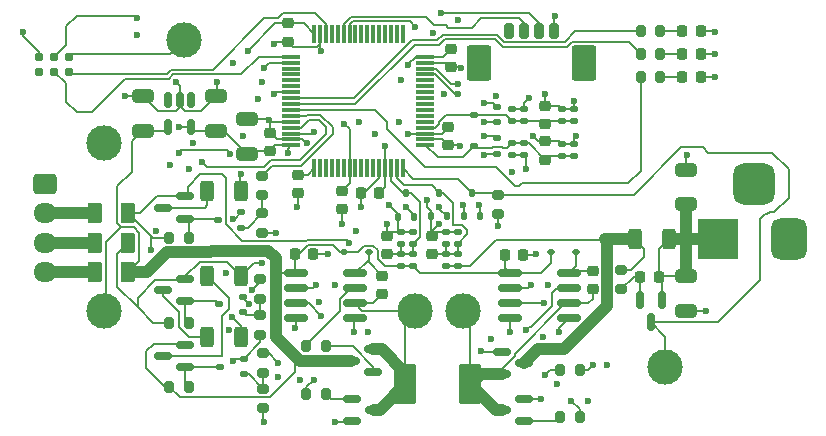
<source format=gtl>
%TF.GenerationSoftware,KiCad,Pcbnew,8.0.2-8.0.2-0~ubuntu22.04.1*%
%TF.CreationDate,2024-05-15T13:15:59-07:00*%
%TF.ProjectId,JPBms2,4a50426d-7332-42e6-9b69-6361645f7063,rev?*%
%TF.SameCoordinates,Original*%
%TF.FileFunction,Copper,L1,Top*%
%TF.FilePolarity,Positive*%
%FSLAX46Y46*%
G04 Gerber Fmt 4.6, Leading zero omitted, Abs format (unit mm)*
G04 Created by KiCad (PCBNEW 8.0.2-8.0.2-0~ubuntu22.04.1) date 2024-05-15 13:15:59*
%MOMM*%
%LPD*%
G01*
G04 APERTURE LIST*
G04 Aperture macros list*
%AMRoundRect*
0 Rectangle with rounded corners*
0 $1 Rounding radius*
0 $2 $3 $4 $5 $6 $7 $8 $9 X,Y pos of 4 corners*
0 Add a 4 corners polygon primitive as box body*
4,1,4,$2,$3,$4,$5,$6,$7,$8,$9,$2,$3,0*
0 Add four circle primitives for the rounded corners*
1,1,$1+$1,$2,$3*
1,1,$1+$1,$4,$5*
1,1,$1+$1,$6,$7*
1,1,$1+$1,$8,$9*
0 Add four rect primitives between the rounded corners*
20,1,$1+$1,$2,$3,$4,$5,0*
20,1,$1+$1,$4,$5,$6,$7,0*
20,1,$1+$1,$6,$7,$8,$9,0*
20,1,$1+$1,$8,$9,$2,$3,0*%
G04 Aperture macros list end*
%TA.AperFunction,SMDPad,CuDef*%
%ADD10RoundRect,0.218750X0.218750X0.256250X-0.218750X0.256250X-0.218750X-0.256250X0.218750X-0.256250X0*%
%TD*%
%TA.AperFunction,SMDPad,CuDef*%
%ADD11RoundRect,0.072000X-0.828000X-1.628000X0.828000X-1.628000X0.828000X1.628000X-0.828000X1.628000X0*%
%TD*%
%TA.AperFunction,SMDPad,CuDef*%
%ADD12RoundRect,0.135000X0.185000X-0.135000X0.185000X0.135000X-0.185000X0.135000X-0.185000X-0.135000X0*%
%TD*%
%TA.AperFunction,SMDPad,CuDef*%
%ADD13RoundRect,0.225000X0.250000X-0.225000X0.250000X0.225000X-0.250000X0.225000X-0.250000X-0.225000X0*%
%TD*%
%TA.AperFunction,SMDPad,CuDef*%
%ADD14RoundRect,0.112500X-0.112500X-0.237500X0.112500X-0.237500X0.112500X0.237500X-0.112500X0.237500X0*%
%TD*%
%TA.AperFunction,SMDPad,CuDef*%
%ADD15RoundRect,0.150000X-0.150000X0.587500X-0.150000X-0.587500X0.150000X-0.587500X0.150000X0.587500X0*%
%TD*%
%TA.AperFunction,SMDPad,CuDef*%
%ADD16RoundRect,0.200000X-0.200000X-0.275000X0.200000X-0.275000X0.200000X0.275000X-0.200000X0.275000X0*%
%TD*%
%TA.AperFunction,SMDPad,CuDef*%
%ADD17RoundRect,0.225000X0.225000X0.250000X-0.225000X0.250000X-0.225000X-0.250000X0.225000X-0.250000X0*%
%TD*%
%TA.AperFunction,SMDPad,CuDef*%
%ADD18RoundRect,0.250000X-0.375000X-0.625000X0.375000X-0.625000X0.375000X0.625000X-0.375000X0.625000X0*%
%TD*%
%TA.AperFunction,SMDPad,CuDef*%
%ADD19RoundRect,0.250000X0.650000X-0.325000X0.650000X0.325000X-0.650000X0.325000X-0.650000X-0.325000X0*%
%TD*%
%TA.AperFunction,SMDPad,CuDef*%
%ADD20RoundRect,0.135000X-0.185000X0.135000X-0.185000X-0.135000X0.185000X-0.135000X0.185000X0.135000X0*%
%TD*%
%TA.AperFunction,ConnectorPad*%
%ADD21C,0.787400*%
%TD*%
%TA.AperFunction,ComponentPad*%
%ADD22RoundRect,0.250000X-0.725000X0.600000X-0.725000X-0.600000X0.725000X-0.600000X0.725000X0.600000X0*%
%TD*%
%TA.AperFunction,ComponentPad*%
%ADD23O,1.950000X1.700000*%
%TD*%
%TA.AperFunction,SMDPad,CuDef*%
%ADD24RoundRect,0.225000X-0.250000X0.225000X-0.250000X-0.225000X0.250000X-0.225000X0.250000X0.225000X0*%
%TD*%
%TA.AperFunction,SMDPad,CuDef*%
%ADD25RoundRect,0.200000X-0.275000X0.200000X-0.275000X-0.200000X0.275000X-0.200000X0.275000X0.200000X0*%
%TD*%
%TA.AperFunction,SMDPad,CuDef*%
%ADD26RoundRect,0.112500X0.237500X-0.112500X0.237500X0.112500X-0.237500X0.112500X-0.237500X-0.112500X0*%
%TD*%
%TA.AperFunction,SMDPad,CuDef*%
%ADD27RoundRect,0.250000X-0.312500X-0.625000X0.312500X-0.625000X0.312500X0.625000X-0.312500X0.625000X0*%
%TD*%
%TA.AperFunction,SMDPad,CuDef*%
%ADD28RoundRect,0.200000X0.200000X0.275000X-0.200000X0.275000X-0.200000X-0.275000X0.200000X-0.275000X0*%
%TD*%
%TA.AperFunction,SMDPad,CuDef*%
%ADD29RoundRect,0.150000X-0.150000X0.512500X-0.150000X-0.512500X0.150000X-0.512500X0.150000X0.512500X0*%
%TD*%
%TA.AperFunction,ComponentPad*%
%ADD30C,3.000000*%
%TD*%
%TA.AperFunction,SMDPad,CuDef*%
%ADD31RoundRect,0.250000X-0.650000X0.325000X-0.650000X-0.325000X0.650000X-0.325000X0.650000X0.325000X0*%
%TD*%
%TA.AperFunction,SMDPad,CuDef*%
%ADD32RoundRect,0.112500X-0.187500X-0.112500X0.187500X-0.112500X0.187500X0.112500X-0.187500X0.112500X0*%
%TD*%
%TA.AperFunction,SMDPad,CuDef*%
%ADD33RoundRect,0.150000X0.587500X0.150000X-0.587500X0.150000X-0.587500X-0.150000X0.587500X-0.150000X0*%
%TD*%
%TA.AperFunction,SMDPad,CuDef*%
%ADD34RoundRect,0.200000X-0.200000X-0.450000X0.200000X-0.450000X0.200000X0.450000X-0.200000X0.450000X0*%
%TD*%
%TA.AperFunction,SMDPad,CuDef*%
%ADD35RoundRect,0.250001X-0.799999X-1.249999X0.799999X-1.249999X0.799999X1.249999X-0.799999X1.249999X0*%
%TD*%
%TA.AperFunction,ComponentPad*%
%ADD36R,3.500000X3.500000*%
%TD*%
%TA.AperFunction,ComponentPad*%
%ADD37RoundRect,0.750000X0.750000X1.000000X-0.750000X1.000000X-0.750000X-1.000000X0.750000X-1.000000X0*%
%TD*%
%TA.AperFunction,ComponentPad*%
%ADD38RoundRect,0.875000X0.875000X0.875000X-0.875000X0.875000X-0.875000X-0.875000X0.875000X-0.875000X0*%
%TD*%
%TA.AperFunction,SMDPad,CuDef*%
%ADD39RoundRect,0.150000X-0.825000X-0.150000X0.825000X-0.150000X0.825000X0.150000X-0.825000X0.150000X0*%
%TD*%
%TA.AperFunction,SMDPad,CuDef*%
%ADD40RoundRect,0.150000X-0.587500X-0.150000X0.587500X-0.150000X0.587500X0.150000X-0.587500X0.150000X0*%
%TD*%
%TA.AperFunction,SMDPad,CuDef*%
%ADD41RoundRect,0.075000X0.075000X-0.700000X0.075000X0.700000X-0.075000X0.700000X-0.075000X-0.700000X0*%
%TD*%
%TA.AperFunction,SMDPad,CuDef*%
%ADD42RoundRect,0.075000X0.700000X-0.075000X0.700000X0.075000X-0.700000X0.075000X-0.700000X-0.075000X0*%
%TD*%
%TA.AperFunction,ViaPad*%
%ADD43C,0.600000*%
%TD*%
%TA.AperFunction,Conductor*%
%ADD44C,0.200000*%
%TD*%
%TA.AperFunction,Conductor*%
%ADD45C,1.000000*%
%TD*%
G04 APERTURE END LIST*
D10*
%TO.P,D4,1,K*%
%TO.N,GND*%
X154750000Y-64330000D03*
%TO.P,D4,2,A*%
%TO.N,Net-(D4-A)*%
X153175000Y-64330000D03*
%TD*%
D11*
%TO.P,L1,1,1*%
%TO.N,/BuckBoost/VS_A*%
X129755000Y-94220000D03*
%TO.P,L1,2,2*%
%TO.N,/BuckBoost/VS_B*%
X135255000Y-94220000D03*
%TD*%
D12*
%TO.P,R9,1*%
%TO.N,VSOLAR*%
X134200000Y-84200000D03*
%TO.P,R9,2*%
%TO.N,VSOLAR_ADC*%
X134200000Y-83180000D03*
%TD*%
D13*
%TO.P,C19,1*%
%TO.N,/BuckBoost/VS_A*%
X127800000Y-86575000D03*
%TO.P,C19,2*%
%TO.N,Net-(D9-A)*%
X127800000Y-85025000D03*
%TD*%
D14*
%TO.P,D2,1,A*%
%TO.N,GND*%
X129150000Y-80000000D03*
%TO.P,D2,2,K*%
%TO.N,VDD*%
X130450000Y-80000000D03*
%TO.P,D2,3,COM*%
%TO.N,VBATT_ADC*%
X129800000Y-78000000D03*
%TD*%
D15*
%TO.P,U1,1,Vs+*%
%TO.N,Net-(U1-Vs+)*%
X151498500Y-87082500D03*
%TO.P,U1,2,Vs-*%
%TO.N,Net-(U1-Vs-)*%
X149598500Y-87082500D03*
%TO.P,U1,3,OUT*%
%TO.N,SOLAR_CURRENT_ADC*%
X150548500Y-88957500D03*
%TD*%
D16*
%TO.P,R19,1*%
%TO.N,+BATT*%
X109775000Y-94400000D03*
%TO.P,R19,2*%
%TO.N,Net-(Q5-G)*%
X111425000Y-94400000D03*
%TD*%
D17*
%TO.P,C15,1*%
%TO.N,GND*%
X121975000Y-83200000D03*
%TO.P,C15,2*%
%TO.N,+BATT*%
X120425000Y-83200000D03*
%TD*%
D18*
%TO.P,F2,1*%
%TO.N,Net-(BAL1-Pin_3)*%
X103480000Y-82220000D03*
%TO.P,F2,2*%
%TO.N,CELL_8V*%
X106280000Y-82220000D03*
%TD*%
D10*
%TO.P,D6,1,K*%
%TO.N,GND*%
X154750000Y-68220000D03*
%TO.P,D6,2,A*%
%TO.N,Net-(D6-A)*%
X153175000Y-68220000D03*
%TD*%
D19*
%TO.P,C4,1*%
%TO.N,+BATT*%
X107500000Y-72725000D03*
%TO.P,C4,2*%
%TO.N,GND*%
X107500000Y-69775000D03*
%TD*%
D16*
%TO.P,R15,1*%
%TO.N,Net-(U4-HO)*%
X121350000Y-91000000D03*
%TO.P,R15,2*%
%TO.N,/BuckBoost/GATE_TOP_A*%
X123000000Y-91000000D03*
%TD*%
D20*
%TO.P,R31,1*%
%TO.N,CELL_8V*%
X138800000Y-70890000D03*
%TO.P,R31,2*%
%TO.N,CELL_8V_ADC*%
X138800000Y-71910000D03*
%TD*%
D17*
%TO.P,C1,1*%
%TO.N,Net-(U1-Vs+)*%
X151211500Y-85128000D03*
%TO.P,C1,2*%
%TO.N,Net-(U1-Vs-)*%
X149661500Y-85128000D03*
%TD*%
D21*
%TO.P,J2,1,VCC*%
%TO.N,VDD*%
X101280000Y-66450000D03*
%TO.P,J2,2,SWDIO*%
%TO.N,/MCU/SWDIO*%
X101280000Y-67720000D03*
%TO.P,J2,3,~{RESET}*%
%TO.N,/MCU/NRST*%
X100010000Y-66450000D03*
%TO.P,J2,4,SWCLK*%
%TO.N,/MCU/SWCLK*%
X100010000Y-67720000D03*
%TO.P,J2,5,GND*%
%TO.N,GND*%
X98740000Y-66450000D03*
%TO.P,J2,6,SWO*%
%TO.N,unconnected-(J2-SWO-Pad6)*%
X98740000Y-67720000D03*
%TD*%
D22*
%TO.P,BAL1,1,Pin_1*%
%TO.N,GND*%
X99280000Y-77220000D03*
D23*
%TO.P,BAL1,2,Pin_2*%
%TO.N,Net-(BAL1-Pin_2)*%
X99280000Y-79720000D03*
%TO.P,BAL1,3,Pin_3*%
%TO.N,Net-(BAL1-Pin_3)*%
X99280000Y-82220000D03*
%TO.P,BAL1,4,Pin_4*%
%TO.N,Net-(BAL1-Pin_4)*%
X99280000Y-84720000D03*
%TD*%
D24*
%TO.P,C12,1*%
%TO.N,VDD*%
X133400000Y-72425000D03*
%TO.P,C12,2*%
%TO.N,GND*%
X133400000Y-73975000D03*
%TD*%
D25*
%TO.P,R22,1*%
%TO.N,NBAL_3*%
X117729000Y-91590000D03*
%TO.P,R22,2*%
%TO.N,Net-(Q8-G)*%
X117729000Y-93240000D03*
%TD*%
D26*
%TO.P,Q10,1,G*%
%TO.N,Net-(Q10-G)*%
X115875000Y-80950000D03*
%TO.P,Q10,2,S*%
%TO.N,GND*%
X115875000Y-79650000D03*
%TO.P,Q10,3,D*%
%TO.N,Net-(Q10-D)*%
X113875000Y-80300000D03*
%TD*%
D27*
%TO.P,R28,1*%
%TO.N,Net-(Q5-D)*%
X112937500Y-85000000D03*
%TO.P,R28,2*%
%TO.N,CELL_8V*%
X115862500Y-85000000D03*
%TD*%
D28*
%TO.P,R18,1*%
%TO.N,Net-(U5-LO)*%
X144500000Y-97000000D03*
%TO.P,R18,2*%
%TO.N,/BuckBoost/GATE_BOT_B*%
X142850000Y-97000000D03*
%TD*%
D20*
%TO.P,R33,1*%
%TO.N,GND*%
X143000000Y-70890000D03*
%TO.P,R33,2*%
%TO.N,CELL_8V_ADC*%
X143000000Y-71910000D03*
%TD*%
D16*
%TO.P,R12,1*%
%TO.N,/MCU/LED_ON*%
X149675000Y-64330000D03*
%TO.P,R12,2*%
%TO.N,Net-(D4-A)*%
X151325000Y-64330000D03*
%TD*%
D12*
%TO.P,R4,1*%
%TO.N,+BATT*%
X129400000Y-84200000D03*
%TO.P,R4,2*%
%TO.N,VBATT_ADC*%
X129400000Y-83180000D03*
%TD*%
D29*
%TO.P,U2,1*%
%TO.N,unconnected-(U2-Pad1)*%
X111592500Y-70132500D03*
%TO.P,U2,2,GND*%
%TO.N,GND*%
X110642500Y-70132500D03*
%TO.P,U2,3*%
%TO.N,unconnected-(U2-Pad3)*%
X109692500Y-70132500D03*
%TO.P,U2,4,Vin*%
%TO.N,+BATT*%
X109692500Y-72407500D03*
%TO.P,U2,5,Vout*%
%TO.N,VDD*%
X111592500Y-72407500D03*
%TD*%
D30*
%TO.P,TP2,1,1*%
%TO.N,+BATT*%
X104200000Y-88000000D03*
%TD*%
D24*
%TO.P,C10,1*%
%TO.N,VDD*%
X133600000Y-65825000D03*
%TO.P,C10,2*%
%TO.N,GND*%
X133600000Y-67375000D03*
%TD*%
D31*
%TO.P,C3,1*%
%TO.N,Net-(U1-Vs+)*%
X153500000Y-85025000D03*
%TO.P,C3,2*%
%TO.N,GND*%
X153500000Y-87975000D03*
%TD*%
D19*
%TO.P,C8,1*%
%TO.N,VDD*%
X116336748Y-74689253D03*
%TO.P,C8,2*%
%TO.N,GND*%
X116336748Y-71739253D03*
%TD*%
D30*
%TO.P,TP6,1,1*%
%TO.N,/BuckBoost/VS_B*%
X134600000Y-88000000D03*
%TD*%
D12*
%TO.P,R8,1*%
%TO.N,VSOLAR*%
X133200000Y-84200000D03*
%TO.P,R8,2*%
%TO.N,VSOLAR_ADC*%
X133200000Y-83180000D03*
%TD*%
D25*
%TO.P,R26,1*%
%TO.N,Net-(Q9-G)*%
X117475000Y-88352000D03*
%TO.P,R26,2*%
%TO.N,GND*%
X117475000Y-90002000D03*
%TD*%
D14*
%TO.P,D3,1,A*%
%TO.N,GND*%
X131950000Y-79978000D03*
%TO.P,D3,2,K*%
%TO.N,VDD*%
X133250000Y-79978000D03*
%TO.P,D3,3,COM*%
%TO.N,VSOLAR_ADC*%
X132600000Y-77978000D03*
%TD*%
D32*
%TO.P,D9,1,K*%
%TO.N,+BATT*%
X124550000Y-83000000D03*
%TO.P,D9,2,A*%
%TO.N,Net-(D9-A)*%
X126650000Y-83000000D03*
%TD*%
D33*
%TO.P,Q7,1,G*%
%TO.N,Net-(Q10-D)*%
X111137500Y-80200000D03*
%TO.P,Q7,2,S*%
%TO.N,CELL_4V*%
X111137500Y-78300000D03*
%TO.P,Q7,3,D*%
%TO.N,Net-(Q7-D)*%
X109262500Y-79250000D03*
%TD*%
D24*
%TO.P,C13,1*%
%TO.N,Net-(U3-VLCD)*%
X120650000Y-76441000D03*
%TO.P,C13,2*%
%TO.N,GND*%
X120650000Y-77991000D03*
%TD*%
D20*
%TO.P,R6,1*%
%TO.N,GND*%
X130400000Y-81290000D03*
%TO.P,R6,2*%
%TO.N,VBATT_ADC*%
X130400000Y-82310000D03*
%TD*%
D27*
%TO.P,R29,1*%
%TO.N,Net-(Q6-D)*%
X112937500Y-90200000D03*
%TO.P,R29,2*%
%TO.N,CELL_4V*%
X115862500Y-90200000D03*
%TD*%
D34*
%TO.P,UART1,1,Pin_1*%
%TO.N,unconnected-(UART1-Pin_1-Pad1)*%
X138557000Y-64262000D03*
%TO.P,UART1,2,Pin_2*%
%TO.N,/MCU/USART1_RX*%
X139807000Y-64262000D03*
%TO.P,UART1,3,Pin_3*%
%TO.N,/MCU/USART1_TX*%
X141057000Y-64262000D03*
%TO.P,UART1,4,Pin_4*%
%TO.N,GND*%
X142307000Y-64262000D03*
D35*
%TO.P,UART1,MP*%
%TO.N,N/C*%
X136007000Y-67012000D03*
X144857000Y-67012000D03*
%TD*%
D13*
%TO.P,C17,1*%
%TO.N,CELL_8V_ADC*%
X141600000Y-72175000D03*
%TO.P,C17,2*%
%TO.N,GND*%
X141600000Y-70625000D03*
%TD*%
D10*
%TO.P,D5,1,K*%
%TO.N,GND*%
X154750000Y-66220000D03*
%TO.P,D5,2,A*%
%TO.N,Net-(D5-A)*%
X153175000Y-66220000D03*
%TD*%
D26*
%TO.P,Q8,1,G*%
%TO.N,Net-(Q8-G)*%
X116062500Y-93360000D03*
%TO.P,Q8,2,S*%
%TO.N,GND*%
X116062500Y-92060000D03*
%TO.P,Q8,3,D*%
%TO.N,Net-(Q5-G)*%
X114062500Y-92710000D03*
%TD*%
D13*
%TO.P,C11,1*%
%TO.N,VDD*%
X118280000Y-74435000D03*
%TO.P,C11,2*%
%TO.N,GND*%
X118280000Y-72885000D03*
%TD*%
%TO.P,C7,1*%
%TO.N,VSOLAR_ADC*%
X132000000Y-83175000D03*
%TO.P,C7,2*%
%TO.N,GND*%
X132000000Y-81625000D03*
%TD*%
D25*
%TO.P,R27,1*%
%TO.N,Net-(Q10-G)*%
X117625000Y-79725000D03*
%TO.P,R27,2*%
%TO.N,GND*%
X117625000Y-81375000D03*
%TD*%
D26*
%TO.P,Q9,1,G*%
%TO.N,Net-(Q9-G)*%
X115973417Y-88084222D03*
%TO.P,Q9,2,S*%
%TO.N,GND*%
X115973417Y-86784222D03*
%TO.P,Q9,3,D*%
%TO.N,Net-(Q6-G)*%
X113973417Y-87434222D03*
%TD*%
D14*
%TO.P,D1,1,A*%
%TO.N,GND*%
X134732000Y-79994000D03*
%TO.P,D1,2,K*%
%TO.N,VDD*%
X136032000Y-79994000D03*
%TO.P,D1,3,COM*%
%TO.N,SOLAR_CURRENT_ADC*%
X135382000Y-77994000D03*
%TD*%
D20*
%TO.P,R32,1*%
%TO.N,CELL_8V*%
X139800000Y-70890000D03*
%TO.P,R32,2*%
%TO.N,CELL_8V_ADC*%
X139800000Y-71910000D03*
%TD*%
D26*
%TO.P,D8,1,A*%
%TO.N,GND*%
X137523000Y-74679000D03*
%TO.P,D8,2,K*%
%TO.N,VDD*%
X137523000Y-73379000D03*
%TO.P,D8,3,COM*%
%TO.N,CELL_4V_ADC*%
X135523000Y-74029000D03*
%TD*%
D30*
%TO.P,TP3,1,1*%
%TO.N,SOLAR_CURRENT_ADC*%
X151750000Y-92720000D03*
%TD*%
%TO.P,TP1,1,1*%
%TO.N,GND*%
X104200000Y-73800000D03*
%TD*%
%TO.P,TP4,1,1*%
%TO.N,VDD*%
X111000000Y-65024000D03*
%TD*%
D24*
%TO.P,C14,1*%
%TO.N,/MCU/NRST*%
X124400000Y-77825000D03*
%TO.P,C14,2*%
%TO.N,GND*%
X124400000Y-79375000D03*
%TD*%
D25*
%TO.P,R1,1*%
%TO.N,SOLAR_CURRENT_ADC*%
X137600000Y-78175000D03*
%TO.P,R1,2*%
%TO.N,GND*%
X137600000Y-79825000D03*
%TD*%
D19*
%TO.P,C5,1*%
%TO.N,VDD*%
X113750000Y-72725000D03*
%TO.P,C5,2*%
%TO.N,GND*%
X113750000Y-69775000D03*
%TD*%
D12*
%TO.P,R35,1*%
%TO.N,CELL_4V*%
X139804089Y-74823670D03*
%TO.P,R35,2*%
%TO.N,CELL_4V_ADC*%
X139804089Y-73803670D03*
%TD*%
D25*
%TO.P,R2,1*%
%TO.N,VSOLAR*%
X148048500Y-84520000D03*
%TO.P,R2,2*%
%TO.N,Net-(U1-Vs-)*%
X148048500Y-86170000D03*
%TD*%
D17*
%TO.P,C16,1*%
%TO.N,GND*%
X139750000Y-83250000D03*
%TO.P,C16,2*%
%TO.N,+BATT*%
X138200000Y-83250000D03*
%TD*%
D16*
%TO.P,R16,1*%
%TO.N,Net-(U4-LO)*%
X121350000Y-95000000D03*
%TO.P,R16,2*%
%TO.N,/BuckBoost/GATE_BOT_A*%
X123000000Y-95000000D03*
%TD*%
D30*
%TO.P,TP5,1,1*%
%TO.N,/BuckBoost/VS_A*%
X130600000Y-88000000D03*
%TD*%
D27*
%TO.P,R30,1*%
%TO.N,Net-(Q7-D)*%
X112937500Y-77800000D03*
%TO.P,R30,2*%
%TO.N,GND*%
X115862500Y-77800000D03*
%TD*%
%TO.P,R3,1*%
%TO.N,VSOLAR*%
X149159500Y-81915000D03*
%TO.P,R3,2*%
%TO.N,Net-(U1-Vs+)*%
X152084500Y-81915000D03*
%TD*%
D13*
%TO.P,C6,1*%
%TO.N,VBATT_ADC*%
X128200000Y-83175000D03*
%TO.P,C6,2*%
%TO.N,GND*%
X128200000Y-81625000D03*
%TD*%
D25*
%TO.P,R25,1*%
%TO.N,Net-(Q8-G)*%
X117729000Y-94575000D03*
%TO.P,R25,2*%
%TO.N,GND*%
X117729000Y-96225000D03*
%TD*%
D16*
%TO.P,R21,1*%
%TO.N,CELL_4V*%
X109775000Y-81788000D03*
%TO.P,R21,2*%
%TO.N,Net-(Q10-D)*%
X111425000Y-81788000D03*
%TD*%
D13*
%TO.P,C20,1*%
%TO.N,/BuckBoost/VS_B*%
X145600000Y-86175000D03*
%TO.P,C20,2*%
%TO.N,Net-(D10-A)*%
X145600000Y-84625000D03*
%TD*%
D26*
%TO.P,D7,1,A*%
%TO.N,GND*%
X137539000Y-72027000D03*
%TO.P,D7,2,K*%
%TO.N,VDD*%
X137539000Y-70727000D03*
%TO.P,D7,3,COM*%
%TO.N,CELL_8V_ADC*%
X135539000Y-71377000D03*
%TD*%
D13*
%TO.P,C18,1*%
%TO.N,CELL_4V_ADC*%
X141600000Y-75175000D03*
%TO.P,C18,2*%
%TO.N,GND*%
X141600000Y-73625000D03*
%TD*%
D36*
%TO.P,J1,1*%
%TO.N,Net-(U1-Vs+)*%
X156250000Y-81920000D03*
D37*
%TO.P,J1,2*%
%TO.N,GND*%
X162250000Y-81920000D03*
D38*
%TO.P,J1,3*%
%TO.N,N/C*%
X159250000Y-77220000D03*
%TD*%
D39*
%TO.P,U4,1,VCC*%
%TO.N,+BATT*%
X120525000Y-84815000D03*
%TO.P,U4,2,HIN*%
%TO.N,DD_TOP_A*%
X120525000Y-86085000D03*
%TO.P,U4,3,~{LIN}*%
%TO.N,DD_BOT_A*%
X120525000Y-87355000D03*
%TO.P,U4,4,COM*%
%TO.N,GND*%
X120525000Y-88625000D03*
%TO.P,U4,5,LO*%
%TO.N,Net-(U4-LO)*%
X125475000Y-88625000D03*
%TO.P,U4,6,VS*%
%TO.N,/BuckBoost/VS_A*%
X125475000Y-87355000D03*
%TO.P,U4,7,HO*%
%TO.N,Net-(U4-HO)*%
X125475000Y-86085000D03*
%TO.P,U4,8,VB*%
%TO.N,Net-(D9-A)*%
X125475000Y-84815000D03*
%TD*%
D19*
%TO.P,C2,1*%
%TO.N,Net-(U1-Vs+)*%
X153500000Y-78975000D03*
%TO.P,C2,2*%
%TO.N,GND*%
X153500000Y-76025000D03*
%TD*%
D18*
%TO.P,F1,1*%
%TO.N,Net-(BAL1-Pin_2)*%
X103480000Y-79720000D03*
%TO.P,F1,2*%
%TO.N,CELL_4V*%
X106280000Y-79720000D03*
%TD*%
D24*
%TO.P,C21,1*%
%TO.N,VDD*%
X119800000Y-63650000D03*
%TO.P,C21,2*%
%TO.N,GND*%
X119800000Y-65200000D03*
%TD*%
D16*
%TO.P,R20,1*%
%TO.N,CELL_8V*%
X109775000Y-89000000D03*
%TO.P,R20,2*%
%TO.N,Net-(Q6-G)*%
X111425000Y-89000000D03*
%TD*%
D12*
%TO.P,R5,1*%
%TO.N,+BATT*%
X130406216Y-84202550D03*
%TO.P,R5,2*%
%TO.N,VBATT_ADC*%
X130406216Y-83182550D03*
%TD*%
D20*
%TO.P,R10,1*%
%TO.N,GND*%
X133200000Y-81290000D03*
%TO.P,R10,2*%
%TO.N,VSOLAR_ADC*%
X133200000Y-82310000D03*
%TD*%
D16*
%TO.P,R14,1*%
%TO.N,/MCU/LED_ERROR*%
X149675000Y-68220000D03*
%TO.P,R14,2*%
%TO.N,Net-(D6-A)*%
X151325000Y-68220000D03*
%TD*%
D33*
%TO.P,Q4,1,G*%
%TO.N,/BuckBoost/GATE_BOT_B*%
X139800000Y-97350000D03*
%TO.P,Q4,2,S*%
%TO.N,GND*%
X139800000Y-95450000D03*
%TO.P,Q4,3,D*%
%TO.N,/BuckBoost/VS_B*%
X137925000Y-96400000D03*
%TD*%
D17*
%TO.P,C9,1*%
%TO.N,VDD*%
X127521000Y-78000000D03*
%TO.P,C9,2*%
%TO.N,GND*%
X125971000Y-78000000D03*
%TD*%
D33*
%TO.P,Q1,1,G*%
%TO.N,/BuckBoost/GATE_TOP_A*%
X127000000Y-93150000D03*
%TO.P,Q1,2,S*%
%TO.N,/BuckBoost/VS_A*%
X127000000Y-91250000D03*
%TO.P,Q1,3,D*%
%TO.N,+BATT*%
X125125000Y-92200000D03*
%TD*%
D12*
%TO.P,R36,1*%
%TO.N,CELL_4V*%
X138800000Y-74820000D03*
%TO.P,R36,2*%
%TO.N,CELL_4V_ADC*%
X138800000Y-73800000D03*
%TD*%
D33*
%TO.P,Q5,1,G*%
%TO.N,Net-(Q5-G)*%
X111137500Y-92750000D03*
%TO.P,Q5,2,S*%
%TO.N,+BATT*%
X111137500Y-90850000D03*
%TO.P,Q5,3,D*%
%TO.N,Net-(Q5-D)*%
X109262500Y-91800000D03*
%TD*%
D40*
%TO.P,Q3,1,G*%
%TO.N,/BuckBoost/GATE_BOT_A*%
X125217500Y-95450000D03*
%TO.P,Q3,2,S*%
%TO.N,GND*%
X125217500Y-97350000D03*
%TO.P,Q3,3,D*%
%TO.N,/BuckBoost/VS_A*%
X127092500Y-96400000D03*
%TD*%
D32*
%TO.P,D10,1,K*%
%TO.N,+BATT*%
X142100000Y-83000000D03*
%TO.P,D10,2,A*%
%TO.N,Net-(D10-A)*%
X144200000Y-83000000D03*
%TD*%
D25*
%TO.P,R24,1*%
%TO.N,NBAL_1*%
X117625000Y-76550000D03*
%TO.P,R24,2*%
%TO.N,Net-(Q10-G)*%
X117625000Y-78200000D03*
%TD*%
D33*
%TO.P,Q6,1,G*%
%TO.N,Net-(Q6-G)*%
X111137500Y-87150000D03*
%TO.P,Q6,2,S*%
%TO.N,CELL_8V*%
X111137500Y-85250000D03*
%TO.P,Q6,3,D*%
%TO.N,Net-(Q6-D)*%
X109262500Y-86200000D03*
%TD*%
D25*
%TO.P,R23,1*%
%TO.N,NBAL_2*%
X117475000Y-85303000D03*
%TO.P,R23,2*%
%TO.N,Net-(Q9-G)*%
X117475000Y-86953000D03*
%TD*%
D18*
%TO.P,F3,1*%
%TO.N,Net-(BAL1-Pin_4)*%
X103480000Y-84720000D03*
%TO.P,F3,2*%
%TO.N,+BATT*%
X106280000Y-84720000D03*
%TD*%
D39*
%TO.P,U5,1,VCC*%
%TO.N,+BATT*%
X138655000Y-84815000D03*
%TO.P,U5,2,HIN*%
%TO.N,DD_TOP_B*%
X138655000Y-86085000D03*
%TO.P,U5,3,~{LIN}*%
%TO.N,DD_BOT_B*%
X138655000Y-87355000D03*
%TO.P,U5,4,COM*%
%TO.N,GND*%
X138655000Y-88625000D03*
%TO.P,U5,5,LO*%
%TO.N,Net-(U5-LO)*%
X143605000Y-88625000D03*
%TO.P,U5,6,VS*%
%TO.N,/BuckBoost/VS_B*%
X143605000Y-87355000D03*
%TO.P,U5,7,HO*%
%TO.N,Net-(U5-HO)*%
X143605000Y-86085000D03*
%TO.P,U5,8,VB*%
%TO.N,Net-(D10-A)*%
X143605000Y-84815000D03*
%TD*%
D20*
%TO.P,R7,1*%
%TO.N,GND*%
X129402725Y-81308650D03*
%TO.P,R7,2*%
%TO.N,VBATT_ADC*%
X129402725Y-82328650D03*
%TD*%
%TO.P,R11,1*%
%TO.N,GND*%
X134194447Y-81292464D03*
%TO.P,R11,2*%
%TO.N,VSOLAR_ADC*%
X134194447Y-82312464D03*
%TD*%
%TO.P,R34,1*%
%TO.N,GND*%
X144000000Y-70890000D03*
%TO.P,R34,2*%
%TO.N,CELL_8V_ADC*%
X144000000Y-71910000D03*
%TD*%
D41*
%TO.P,U3,1,VLCD*%
%TO.N,Net-(U3-VLCD)*%
X122030000Y-75895000D03*
%TO.P,U3,2,PC13*%
%TO.N,unconnected-(U3-PC13-Pad2)*%
X122530000Y-75895000D03*
%TO.P,U3,3,PC14*%
%TO.N,unconnected-(U3-PC14-Pad3)*%
X123030000Y-75895000D03*
%TO.P,U3,4,PC15*%
%TO.N,unconnected-(U3-PC15-Pad4)*%
X123530000Y-75895000D03*
%TO.P,U3,5,PH0*%
%TO.N,unconnected-(U3-PH0-Pad5)*%
X124030000Y-75895000D03*
%TO.P,U3,6,PH1*%
%TO.N,unconnected-(U3-PH1-Pad6)*%
X124530000Y-75895000D03*
%TO.P,U3,7,NRST*%
%TO.N,/MCU/NRST*%
X125030000Y-75895000D03*
%TO.P,U3,8,PC0*%
%TO.N,unconnected-(U3-PC0-Pad8)*%
X125530000Y-75895000D03*
%TO.P,U3,9,PC1*%
%TO.N,unconnected-(U3-PC1-Pad9)*%
X126030000Y-75895000D03*
%TO.P,U3,10,PC2*%
%TO.N,unconnected-(U3-PC2-Pad10)*%
X126530000Y-75895000D03*
%TO.P,U3,11,PC3*%
%TO.N,unconnected-(U3-PC3-Pad11)*%
X127030000Y-75895000D03*
%TO.P,U3,12,VSSA*%
%TO.N,GND*%
X127530000Y-75895000D03*
%TO.P,U3,13,VDDA*%
%TO.N,VDD*%
X128030000Y-75895000D03*
%TO.P,U3,14,ADC_IN0*%
%TO.N,VBATT_ADC*%
X128530000Y-75895000D03*
%TO.P,U3,15,ADC_IN1*%
%TO.N,VSOLAR_ADC*%
X129030000Y-75895000D03*
%TO.P,U3,16,ADC_IN2*%
%TO.N,SOLAR_CURRENT_ADC*%
X129530000Y-75895000D03*
D42*
%TO.P,U3,17,ADC_IN3*%
%TO.N,CELL_4V_ADC*%
X131455000Y-73970000D03*
%TO.P,U3,18,VSS*%
%TO.N,GND*%
X131455000Y-73470000D03*
%TO.P,U3,19,VDD*%
%TO.N,VDD*%
X131455000Y-72970000D03*
%TO.P,U3,20,ADC_IN4*%
%TO.N,CELL_8V_ADC*%
X131455000Y-72470000D03*
%TO.P,U3,21,PA5*%
%TO.N,unconnected-(U3-PA5-Pad21)*%
X131455000Y-71970000D03*
%TO.P,U3,22,PA6*%
%TO.N,unconnected-(U3-PA6-Pad22)*%
X131455000Y-71470000D03*
%TO.P,U3,23,PA7*%
%TO.N,unconnected-(U3-PA7-Pad23)*%
X131455000Y-70970000D03*
%TO.P,U3,24,PC4*%
%TO.N,unconnected-(U3-PC4-Pad24)*%
X131455000Y-70470000D03*
%TO.P,U3,25,PC5*%
%TO.N,unconnected-(U3-PC5-Pad25)*%
X131455000Y-69970000D03*
%TO.P,U3,26,PB0*%
%TO.N,unconnected-(U3-PB0-Pad26)*%
X131455000Y-69470000D03*
%TO.P,U3,27,PB1*%
%TO.N,unconnected-(U3-PB1-Pad27)*%
X131455000Y-68970000D03*
%TO.P,U3,28,PB2*%
%TO.N,unconnected-(U3-PB2-Pad28)*%
X131455000Y-68470000D03*
%TO.P,U3,29,TIM2_CH3*%
%TO.N,DD_TOP_B*%
X131455000Y-67970000D03*
%TO.P,U3,30,TIM2_CH4*%
%TO.N,DD_BOT_B*%
X131455000Y-67470000D03*
%TO.P,U3,31,VSS*%
%TO.N,GND*%
X131455000Y-66970000D03*
%TO.P,U3,32,VDD*%
%TO.N,VDD*%
X131455000Y-66470000D03*
D41*
%TO.P,U3,33,PB12*%
%TO.N,unconnected-(U3-PB12-Pad33)*%
X129530000Y-64545000D03*
%TO.P,U3,34,PB13*%
%TO.N,unconnected-(U3-PB13-Pad34)*%
X129030000Y-64545000D03*
%TO.P,U3,35,PB14*%
%TO.N,unconnected-(U3-PB14-Pad35)*%
X128530000Y-64545000D03*
%TO.P,U3,36,PB15*%
%TO.N,unconnected-(U3-PB15-Pad36)*%
X128030000Y-64545000D03*
%TO.P,U3,37,PC6*%
%TO.N,unconnected-(U3-PC6-Pad37)*%
X127530000Y-64545000D03*
%TO.P,U3,38,PC7*%
%TO.N,unconnected-(U3-PC7-Pad38)*%
X127030000Y-64545000D03*
%TO.P,U3,39,PC8*%
%TO.N,unconnected-(U3-PC8-Pad39)*%
X126530000Y-64545000D03*
%TO.P,U3,40,PC9*%
%TO.N,unconnected-(U3-PC9-Pad40)*%
X126030000Y-64545000D03*
%TO.P,U3,41,PA8*%
%TO.N,unconnected-(U3-PA8-Pad41)*%
X125530000Y-64545000D03*
%TO.P,U3,42,USART1_TX*%
%TO.N,/MCU/USART1_TX*%
X125030000Y-64545000D03*
%TO.P,U3,43,USART1_RX*%
%TO.N,/MCU/USART1_RX*%
X124530000Y-64545000D03*
%TO.P,U3,44,PA11*%
%TO.N,unconnected-(U3-PA11-Pad44)*%
X124030000Y-64545000D03*
%TO.P,U3,45,PA12*%
%TO.N,unconnected-(U3-PA12-Pad45)*%
X123530000Y-64545000D03*
%TO.P,U3,46,SYS_SWDIO*%
%TO.N,/MCU/SWDIO*%
X123030000Y-64545000D03*
%TO.P,U3,47,VSS*%
%TO.N,GND*%
X122530000Y-64545000D03*
%TO.P,U3,48,VDD_USB*%
%TO.N,VDD*%
X122030000Y-64545000D03*
D42*
%TO.P,U3,49,SYS_SWCLK*%
%TO.N,/MCU/SWCLK*%
X120105000Y-66470000D03*
%TO.P,U3,50,TIM2_CH1*%
%TO.N,DD_TOP_A*%
X120105000Y-66970000D03*
%TO.P,U3,51,PC10*%
%TO.N,unconnected-(U3-PC10-Pad51)*%
X120105000Y-67470000D03*
%TO.P,U3,52,PC11*%
%TO.N,unconnected-(U3-PC11-Pad52)*%
X120105000Y-67970000D03*
%TO.P,U3,53,PC12*%
%TO.N,unconnected-(U3-PC12-Pad53)*%
X120105000Y-68470000D03*
%TO.P,U3,54,PD2*%
%TO.N,unconnected-(U3-PD2-Pad54)*%
X120105000Y-68970000D03*
%TO.P,U3,55,TIM2_CH2*%
%TO.N,DD_BOT_A*%
X120105000Y-69470000D03*
%TO.P,U3,56,TIM22_CH1*%
%TO.N,/MCU/LED_ON*%
X120105000Y-69970000D03*
%TO.P,U3,57,TIM22_CH2*%
%TO.N,/MCU/LED_ACTIVE*%
X120105000Y-70470000D03*
%TO.P,U3,58,PB6*%
%TO.N,/MCU/LED_ERROR*%
X120105000Y-70970000D03*
%TO.P,U3,59,PB7*%
%TO.N,NBAL_1*%
X120105000Y-71470000D03*
%TO.P,U3,60,BOOT0*%
%TO.N,GND*%
X120105000Y-71970000D03*
%TO.P,U3,61,PB8*%
%TO.N,NBAL_2*%
X120105000Y-72470000D03*
%TO.P,U3,62,PB9*%
%TO.N,NBAL_3*%
X120105000Y-72970000D03*
%TO.P,U3,63,VSS*%
%TO.N,GND*%
X120105000Y-73470000D03*
%TO.P,U3,64,VDD*%
%TO.N,VDD*%
X120105000Y-73970000D03*
%TD*%
D16*
%TO.P,R13,1*%
%TO.N,/MCU/LED_ACTIVE*%
X149675000Y-66220000D03*
%TO.P,R13,2*%
%TO.N,Net-(D5-A)*%
X151325000Y-66220000D03*
%TD*%
D28*
%TO.P,R17,1*%
%TO.N,Net-(U5-HO)*%
X144500000Y-93000000D03*
%TO.P,R17,2*%
%TO.N,/BuckBoost/GATE_TOP_B*%
X142850000Y-93000000D03*
%TD*%
D40*
%TO.P,Q2,1,G*%
%TO.N,/BuckBoost/GATE_TOP_B*%
X137925000Y-91450000D03*
%TO.P,Q2,2,S*%
%TO.N,/BuckBoost/VS_B*%
X137925000Y-93350000D03*
%TO.P,Q2,3,D*%
%TO.N,VSOLAR*%
X139800000Y-92400000D03*
%TD*%
D20*
%TO.P,R37,1*%
%TO.N,GND*%
X144000000Y-73890000D03*
%TO.P,R37,2*%
%TO.N,CELL_4V_ADC*%
X144000000Y-74910000D03*
%TD*%
%TO.P,R38,1*%
%TO.N,GND*%
X143000000Y-73890000D03*
%TO.P,R38,2*%
%TO.N,CELL_4V_ADC*%
X143000000Y-74910000D03*
%TD*%
D43*
%TO.N,GND*%
X113800000Y-68600000D03*
X106000000Y-69800000D03*
X126600000Y-89800000D03*
X116511304Y-87436549D03*
X142600000Y-94200000D03*
X134600000Y-79000000D03*
X110350000Y-68618622D03*
X118200000Y-71800000D03*
X121400000Y-73800000D03*
X115199997Y-80200003D03*
X140800000Y-83200000D03*
X128400000Y-79000000D03*
X117600000Y-68600000D03*
X125600000Y-81200000D03*
X118600000Y-65400000D03*
X107000000Y-64600000D03*
X138800000Y-76200000D03*
X156000000Y-64400000D03*
X134400000Y-74000000D03*
X141200000Y-95450000D03*
X144200000Y-73200000D03*
X123200000Y-83200000D03*
X109800000Y-75600000D03*
X129200000Y-72000000D03*
X115200000Y-67000000D03*
X137600000Y-80800000D03*
X132135355Y-64450000D03*
X120600000Y-79200000D03*
X132600000Y-80600000D03*
X122400000Y-87200000D03*
X118800000Y-81400000D03*
X119000000Y-93600000D03*
X122600000Y-66000000D03*
X128200000Y-80600000D03*
X144000000Y-70200000D03*
X156000000Y-68200000D03*
X146800000Y-92600000D03*
X140600000Y-73200000D03*
X134457001Y-67400000D03*
X133000000Y-69600000D03*
X117800000Y-97400000D03*
X124400000Y-80600000D03*
X123800000Y-85800000D03*
X131600000Y-78600000D03*
X125800000Y-72000000D03*
X111400000Y-76000000D03*
X129400000Y-68400000D03*
X120400000Y-89400000D03*
X117240380Y-70040380D03*
X111800000Y-73800000D03*
X134200000Y-63400000D03*
X114800000Y-89600000D03*
X115200000Y-92200000D03*
X156000000Y-66200000D03*
X141400000Y-90200000D03*
X126000000Y-79200000D03*
X123800000Y-97400000D03*
X145200000Y-95600000D03*
X136400000Y-72000000D03*
X138600000Y-89800000D03*
X97400000Y-64400000D03*
X141600000Y-69600000D03*
X137400000Y-69800000D03*
X116000000Y-73200000D03*
X108600000Y-81188000D03*
X136400000Y-74800000D03*
X155200000Y-88000000D03*
X141800000Y-85800000D03*
X120800000Y-93800000D03*
X127200000Y-73000000D03*
X114600000Y-84800000D03*
X153600000Y-74800000D03*
X115800000Y-76400000D03*
X137000000Y-90400000D03*
X142400000Y-63000000D03*
%TO.N,VDD*%
X136000000Y-79000000D03*
X116400000Y-66000000D03*
X128000000Y-74000000D03*
X132600000Y-79200000D03*
X136400000Y-70400000D03*
X130000000Y-67200000D03*
X136400000Y-73200000D03*
X129800000Y-79200000D03*
X130000000Y-73000000D03*
X110600000Y-72400000D03*
X119800000Y-74650000D03*
%TO.N,/MCU/NRST*%
X124600000Y-72200000D03*
X107000000Y-63200000D03*
%TO.N,/MCU/USART1_TX*%
X132800000Y-62800000D03*
X130593614Y-63931213D03*
%TO.N,CELL_4V*%
X115100000Y-88500000D03*
X108200000Y-82800000D03*
X140000000Y-76000000D03*
X125000000Y-82200000D03*
%TO.N,CELL_8V*%
X117600000Y-83925008D03*
X140200000Y-70000000D03*
%TO.N,/BuckBoost/GATE_TOP_B*%
X136200000Y-91400000D03*
X141600000Y-93400000D03*
%TO.N,Net-(U4-LO)*%
X125400000Y-89800000D03*
X122000000Y-93800000D03*
%TO.N,Net-(U5-HO)*%
X145600000Y-92600000D03*
X140000000Y-89600000D03*
%TO.N,Net-(U5-LO)*%
X143800000Y-95600000D03*
X142800000Y-89800000D03*
%TO.N,DD_TOP_A*%
X117800000Y-67400000D03*
X122199994Y-85800000D03*
%TO.N,DD_BOT_A*%
X118600000Y-69600000D03*
X122600000Y-88400000D03*
%TO.N,DD_BOT_B*%
X141506012Y-87356012D03*
X134200000Y-68800000D03*
%TO.N,DD_TOP_B*%
X140399991Y-85799991D03*
X134200000Y-69650003D03*
%TO.N,NBAL_3*%
X119000000Y-92400000D03*
X114936748Y-74675589D03*
X122000008Y-72800000D03*
X110600000Y-74600000D03*
%TO.N,NBAL_2*%
X116790458Y-86184764D03*
X112557476Y-75400000D03*
%TD*%
D44*
%TO.N,/MCU/SWCLK*%
X100010000Y-67720000D02*
X101012550Y-68722550D01*
X101012550Y-68722550D02*
X101012550Y-70261833D01*
X101012550Y-70261833D02*
X101913167Y-71162450D01*
X101913167Y-71162450D02*
X103237550Y-71162450D01*
X103237550Y-71162450D02*
X106050617Y-68349383D01*
X106050617Y-68349383D02*
X109700000Y-68349383D01*
X109700000Y-68349383D02*
X110080761Y-67968622D01*
X110080761Y-67968622D02*
X115871759Y-67968622D01*
X115871759Y-67968622D02*
X117370381Y-66470000D01*
X117370381Y-66470000D02*
X120105000Y-66470000D01*
%TO.N,VDD*%
X119800000Y-63650000D02*
X118750000Y-63650000D01*
X118750000Y-63650000D02*
X116400000Y-66000000D01*
%TO.N,NBAL_2*%
X120105000Y-72470000D02*
X120912410Y-72470000D01*
X120912410Y-72470000D02*
X121582410Y-71800000D01*
X121582410Y-71800000D02*
X122400000Y-71800000D01*
X122400000Y-71800000D02*
X123000000Y-72400000D01*
X123000000Y-72400000D02*
X123000000Y-73051904D01*
X123000000Y-73051904D02*
X120801904Y-75250000D01*
X120801904Y-75250000D02*
X118350000Y-75250000D01*
X118350000Y-75250000D02*
X117800000Y-75800000D01*
X117800000Y-75800000D02*
X112957476Y-75800000D01*
X112957476Y-75800000D02*
X112557476Y-75400000D01*
%TO.N,NBAL_1*%
X123600000Y-73017590D02*
X123600000Y-72434314D01*
X120926590Y-75691000D02*
X123600000Y-73017590D01*
X121346724Y-71470000D02*
X120105000Y-71470000D01*
X117625000Y-76550000D02*
X118484000Y-75691000D01*
X123600000Y-72434314D02*
X122565686Y-71400000D01*
X118484000Y-75691000D02*
X120926590Y-75691000D01*
X122565686Y-71400000D02*
X121416724Y-71400000D01*
X121416724Y-71400000D02*
X121346724Y-71470000D01*
%TO.N,CELL_4V*%
X111337500Y-77462500D02*
X112400000Y-76400000D01*
X106280000Y-79720000D02*
X107280000Y-79720000D01*
X114550000Y-76750000D02*
X114550000Y-80669239D01*
X114200000Y-76400000D02*
X114550000Y-76750000D01*
X108700000Y-78300000D02*
X111337500Y-78300000D01*
X112400000Y-76400000D02*
X114200000Y-76400000D01*
X121310618Y-82075000D02*
X121385618Y-82000000D01*
%TO.N,GND*%
X115875000Y-79650000D02*
X115324997Y-80200003D01*
X115324997Y-80200003D02*
X115199997Y-80200003D01*
%TO.N,CELL_4V*%
X115955761Y-82075000D02*
X121310618Y-82075000D01*
X111337500Y-78300000D02*
X111337500Y-77462500D01*
X107280000Y-79720000D02*
X108700000Y-78300000D01*
X121385618Y-82000000D02*
X124800000Y-82000000D01*
X114550000Y-80669239D02*
X115955761Y-82075000D01*
X124800000Y-82000000D02*
X125000000Y-82200000D01*
%TO.N,GND*%
X113800000Y-68600000D02*
X113800000Y-69725000D01*
X113800000Y-69725000D02*
X113750000Y-69775000D01*
X107500000Y-69775000D02*
X106025000Y-69775000D01*
X106025000Y-69775000D02*
X106000000Y-69800000D01*
X134194447Y-81292464D02*
X133202464Y-81292464D01*
X118865000Y-73470000D02*
X118280000Y-72885000D01*
X141600000Y-73625000D02*
X141025000Y-73625000D01*
X142307000Y-63093000D02*
X142400000Y-63000000D01*
X133202464Y-81292464D02*
X133200000Y-81290000D01*
X134432001Y-67375000D02*
X133600000Y-67375000D01*
X131950000Y-79978000D02*
X131950000Y-79550000D01*
X154750000Y-68220000D02*
X155980000Y-68220000D01*
X122530000Y-65352410D02*
X122262410Y-65620000D01*
X128516350Y-81308650D02*
X128200000Y-81625000D01*
X122530000Y-65930000D02*
X122600000Y-66000000D01*
X115787500Y-77800000D02*
X115787500Y-76412500D01*
X122262410Y-65620000D02*
X120220000Y-65620000D01*
X122530000Y-64545000D02*
X122530000Y-65352410D01*
X128200000Y-81625000D02*
X128200000Y-80600000D01*
X138655000Y-88625000D02*
X138655000Y-89745000D01*
X129150000Y-79750000D02*
X128400000Y-79000000D01*
X110642500Y-70757500D02*
X110642500Y-70132500D01*
X133200000Y-81290000D02*
X132335000Y-81290000D01*
X154750000Y-66220000D02*
X155980000Y-66220000D01*
X118139253Y-71739253D02*
X118200000Y-71800000D01*
X120650000Y-77991000D02*
X120650000Y-79150000D01*
X121975000Y-83200000D02*
X123200000Y-83200000D01*
X118280000Y-71880000D02*
X118200000Y-71800000D01*
X153500000Y-74900000D02*
X153600000Y-74800000D01*
X137600000Y-79825000D02*
X137600000Y-80800000D01*
X126232410Y-78000000D02*
X127530000Y-76702410D01*
X115973417Y-86898662D02*
X115973417Y-86784222D01*
X154750000Y-64330000D02*
X155930000Y-64330000D01*
X155930000Y-64330000D02*
X156000000Y-64400000D01*
X155980000Y-68220000D02*
X156000000Y-68200000D01*
X129150000Y-80000000D02*
X129150000Y-81055925D01*
X115984222Y-86784222D02*
X116000000Y-86800000D01*
X155175000Y-87975000D02*
X155200000Y-88000000D01*
X117475000Y-90002000D02*
X117475000Y-90647500D01*
X117729000Y-96225000D02*
X117729000Y-97329000D01*
X125971000Y-78000000D02*
X125971000Y-79171000D01*
X115340000Y-92060000D02*
X115200000Y-92200000D01*
X125167500Y-97400000D02*
X125217500Y-97350000D01*
X97400000Y-64744283D02*
X97400000Y-64400000D01*
X115787500Y-76412500D02*
X115800000Y-76400000D01*
X131950000Y-79978000D02*
X131950000Y-81575000D01*
X134732000Y-79994000D02*
X134732000Y-79132000D01*
X113750000Y-69775000D02*
X112430000Y-71095000D01*
X144000000Y-70890000D02*
X144000000Y-70200000D01*
X118370000Y-71970000D02*
X118200000Y-71800000D01*
X141025000Y-73625000D02*
X140600000Y-73200000D01*
X141600000Y-70625000D02*
X141600000Y-69600000D01*
X125971000Y-79171000D02*
X126000000Y-79200000D01*
X132000000Y-81625000D02*
X132000000Y-81200000D01*
X115973417Y-86784222D02*
X115984222Y-86784222D01*
X137523000Y-74679000D02*
X136521000Y-74679000D01*
X119800000Y-65200000D02*
X118800000Y-65200000D01*
X140750000Y-83250000D02*
X140800000Y-83200000D01*
X120220000Y-65620000D02*
X119800000Y-65200000D01*
X131455000Y-66970000D02*
X133195000Y-66970000D01*
X98740000Y-66450000D02*
X98740000Y-66084283D01*
X134375000Y-73975000D02*
X134400000Y-74000000D01*
X107500000Y-69775000D02*
X108820000Y-71095000D01*
X120105000Y-73470000D02*
X118865000Y-73470000D01*
X116511304Y-87436549D02*
X115973417Y-86898662D01*
X98740000Y-66084283D02*
X97400000Y-64744283D01*
X133400000Y-73975000D02*
X132895000Y-73470000D01*
X116062500Y-92060000D02*
X115340000Y-92060000D01*
X142307000Y-64262000D02*
X142307000Y-63093000D01*
X129402725Y-81308650D02*
X130381350Y-81308650D01*
X120650000Y-79150000D02*
X120600000Y-79200000D01*
X136427000Y-72027000D02*
X136400000Y-72000000D01*
X132000000Y-81200000D02*
X132600000Y-80600000D01*
X132335000Y-81290000D02*
X132000000Y-81625000D01*
X120525000Y-89275000D02*
X120400000Y-89400000D01*
X123800000Y-97400000D02*
X125167500Y-97400000D01*
X120105000Y-73470000D02*
X120980761Y-73470000D01*
X108820000Y-71095000D02*
X110305000Y-71095000D01*
X132895000Y-73470000D02*
X131455000Y-73470000D01*
X133195000Y-66970000D02*
X133600000Y-67375000D01*
X139750000Y-83250000D02*
X140750000Y-83250000D01*
X155980000Y-66220000D02*
X156000000Y-66200000D01*
X120105000Y-71970000D02*
X118370000Y-71970000D01*
X131600000Y-79200000D02*
X131600000Y-78600000D01*
X153500000Y-76025000D02*
X153500000Y-74900000D01*
X111095000Y-71095000D02*
X110642500Y-70642500D01*
X130381350Y-81308650D02*
X130400000Y-81290000D01*
X131950000Y-81575000D02*
X132000000Y-81625000D01*
X110305000Y-71095000D02*
X110642500Y-70757500D01*
X144000000Y-73400000D02*
X144200000Y-73200000D01*
X129402725Y-81308650D02*
X128516350Y-81308650D01*
X144000000Y-73890000D02*
X144000000Y-73400000D01*
X129150000Y-80000000D02*
X129150000Y-79750000D01*
X118280000Y-72885000D02*
X118280000Y-71880000D01*
X141600000Y-70625000D02*
X142735000Y-70625000D01*
X117625000Y-81375000D02*
X118775000Y-81375000D01*
X141600000Y-73625000D02*
X142735000Y-73625000D01*
X137539000Y-72027000D02*
X136427000Y-72027000D01*
X110642500Y-68911122D02*
X110350000Y-68618622D01*
X120980761Y-73470000D02*
X121310761Y-73800000D01*
X121310761Y-73800000D02*
X121400000Y-73800000D01*
X129150000Y-81055925D02*
X129402725Y-81308650D01*
X120525000Y-88625000D02*
X120525000Y-89275000D01*
X133400000Y-73975000D02*
X134375000Y-73975000D01*
X117475000Y-90647500D02*
X116062500Y-92060000D01*
X110642500Y-70132500D02*
X110642500Y-68911122D01*
X153500000Y-87975000D02*
X155175000Y-87975000D01*
X131950000Y-79550000D02*
X131600000Y-79200000D01*
X127530000Y-76702410D02*
X127530000Y-75895000D01*
X134732000Y-79132000D02*
X134600000Y-79000000D01*
X112430000Y-71095000D02*
X111095000Y-71095000D01*
X110642500Y-70642500D02*
X110642500Y-70132500D01*
X118800000Y-65200000D02*
X118600000Y-65400000D01*
X124400000Y-79375000D02*
X124400000Y-80600000D01*
X134457001Y-67400000D02*
X134432001Y-67375000D01*
X143000000Y-70890000D02*
X144000000Y-70890000D01*
X122530000Y-64545000D02*
X122530000Y-65930000D01*
X125971000Y-78000000D02*
X126232410Y-78000000D01*
X142735000Y-73625000D02*
X143000000Y-73890000D01*
X142735000Y-70625000D02*
X143000000Y-70890000D01*
X118775000Y-81375000D02*
X118800000Y-81400000D01*
X136521000Y-74679000D02*
X136400000Y-74800000D01*
X143000000Y-73890000D02*
X144000000Y-73890000D01*
X116336748Y-71739253D02*
X118139253Y-71739253D01*
X117729000Y-97329000D02*
X117800000Y-97400000D01*
X139800000Y-95450000D02*
X141200000Y-95450000D01*
%TO.N,VDD*%
X119800000Y-74275000D02*
X120105000Y-73970000D01*
X116336748Y-74689253D02*
X116510747Y-74689253D01*
X127521000Y-78000000D02*
X128030000Y-77491000D01*
X113750000Y-72725000D02*
X111910000Y-72725000D01*
X137344000Y-73200000D02*
X137523000Y-73379000D01*
X130647590Y-66470000D02*
X130000000Y-67117590D01*
X128030000Y-74030000D02*
X128000000Y-74000000D01*
X132855000Y-72970000D02*
X131455000Y-72970000D01*
X111592500Y-72407500D02*
X110607500Y-72407500D01*
X101280000Y-66450000D02*
X101490300Y-66239700D01*
X109784300Y-66239700D02*
X111000000Y-65024000D01*
X132955000Y-66470000D02*
X133600000Y-65825000D01*
X128030000Y-75895000D02*
X128030000Y-74030000D01*
X120105000Y-73970000D02*
X118745000Y-73970000D01*
X136032000Y-79032000D02*
X136000000Y-79000000D01*
X130450000Y-80000000D02*
X130450000Y-79850000D01*
X131455000Y-66470000D02*
X132955000Y-66470000D01*
X132600000Y-79328000D02*
X133250000Y-79978000D01*
X128030000Y-77491000D02*
X128030000Y-75895000D01*
X133400000Y-72425000D02*
X132855000Y-72970000D01*
X110607500Y-72407500D02*
X110600000Y-72400000D01*
X116510747Y-74689253D02*
X116765000Y-74435000D01*
X111910000Y-72725000D02*
X111592500Y-72407500D01*
X130000000Y-67117590D02*
X130000000Y-67200000D01*
X118745000Y-73970000D02*
X118280000Y-74435000D01*
X116336748Y-74689253D02*
X114372495Y-72725000D01*
X136400000Y-70400000D02*
X137212000Y-70400000D01*
X137212000Y-70400000D02*
X137539000Y-70727000D01*
X131455000Y-66470000D02*
X130647590Y-66470000D01*
X130450000Y-79850000D02*
X129800000Y-79200000D01*
X121135000Y-63650000D02*
X122030000Y-64545000D01*
X116765000Y-74435000D02*
X118280000Y-74435000D01*
X119800000Y-74650000D02*
X119800000Y-74275000D01*
X132600000Y-79200000D02*
X132600000Y-79328000D01*
X101490300Y-66239700D02*
X109784300Y-66239700D01*
X130030000Y-72970000D02*
X130000000Y-73000000D01*
X136400000Y-73200000D02*
X137344000Y-73200000D01*
X131455000Y-72970000D02*
X130030000Y-72970000D01*
X136032000Y-79994000D02*
X136032000Y-79032000D01*
X119800000Y-63650000D02*
X121135000Y-63650000D01*
X114372495Y-72725000D02*
X113750000Y-72725000D01*
%TO.N,/MCU/SWDIO*%
X113431378Y-67568622D02*
X117773696Y-63226304D01*
X109915075Y-67568622D02*
X113431378Y-67568622D01*
X119000000Y-63226304D02*
X119426304Y-62800000D01*
X101280000Y-67720000D02*
X101490300Y-67930300D01*
X123030000Y-63737590D02*
X123030000Y-64545000D01*
X117773696Y-63226304D02*
X119000000Y-63226304D01*
X101490300Y-67930300D02*
X109553397Y-67930300D01*
X122092410Y-62800000D02*
X123030000Y-63737590D01*
X109553397Y-67930300D02*
X109915075Y-67568622D01*
X119426304Y-62800000D02*
X122092410Y-62800000D01*
%TO.N,/MCU/NRST*%
X106807550Y-63007550D02*
X107000000Y-63200000D01*
X101913167Y-63007550D02*
X106807550Y-63007550D01*
X124400000Y-77825000D02*
X125030000Y-77195000D01*
X125030000Y-77195000D02*
X125030000Y-75895000D01*
X100010000Y-66450000D02*
X101012550Y-65447450D01*
X125030000Y-72630000D02*
X124600000Y-72200000D01*
X125030000Y-75895000D02*
X125030000Y-72630000D01*
X101012550Y-63908167D02*
X101913167Y-63007550D01*
X101012550Y-65447450D02*
X101012550Y-63908167D01*
%TO.N,/MCU/USART1_RX*%
X131470000Y-63070000D02*
X132200000Y-63800000D01*
X132200000Y-63800000D02*
X133200000Y-63800000D01*
X125131904Y-63070000D02*
X131470000Y-63070000D01*
X133200000Y-63800000D02*
X133400000Y-64000000D01*
X124530000Y-64545000D02*
X124530000Y-63671904D01*
X133400000Y-64000000D02*
X135400000Y-64000000D01*
X136200000Y-63200000D02*
X139395000Y-63200000D01*
X139807000Y-63612000D02*
X139807000Y-64262000D01*
X139395000Y-63200000D02*
X139807000Y-63612000D01*
X135400000Y-64000000D02*
X136200000Y-63200000D01*
X124530000Y-63671904D02*
X125131904Y-63070000D01*
%TO.N,+BATT*%
X104405000Y-82160256D02*
X105670256Y-80895000D01*
X106600000Y-76200000D02*
X106600000Y-73625000D01*
D45*
X120398333Y-91801667D02*
X118800000Y-90203334D01*
D44*
X109375000Y-72725000D02*
X109692500Y-72407500D01*
X106600000Y-73625000D02*
X107500000Y-72725000D01*
X105355000Y-77445000D02*
X106600000Y-76200000D01*
X129400000Y-84200000D02*
X130403666Y-84200000D01*
X120525000Y-84815000D02*
X118815000Y-84815000D01*
X121551304Y-82400000D02*
X120751304Y-83200000D01*
X109400000Y-94400000D02*
X107800000Y-92800000D01*
X106280000Y-84720000D02*
X107205000Y-83795000D01*
X130403666Y-84200000D02*
X130406216Y-84202550D01*
X108440000Y-90760000D02*
X111047500Y-90760000D01*
X120425000Y-83200000D02*
X120425000Y-84715000D01*
X111047500Y-90760000D02*
X111137500Y-90850000D01*
X125763520Y-83000000D02*
X124550000Y-83000000D01*
X141200000Y-84815000D02*
X138655000Y-84815000D01*
X109775000Y-94400000D02*
X110650000Y-95275000D01*
X107205000Y-81360256D02*
X106739744Y-80895000D01*
X104405000Y-87795000D02*
X104405000Y-82160256D01*
D45*
X106280000Y-84720000D02*
X107880000Y-84720000D01*
X113350000Y-82875000D02*
X118159924Y-82875000D01*
D44*
X105355000Y-80579744D02*
X105355000Y-77445000D01*
D45*
X120796666Y-92200000D02*
X120771666Y-92175000D01*
D44*
X124550000Y-83000000D02*
X124200000Y-83000000D01*
X129400000Y-84200000D02*
X128001304Y-84200000D01*
X127400000Y-82863520D02*
X127011480Y-82475000D01*
X107800000Y-92800000D02*
X107800000Y-91400000D01*
X127400000Y-83598696D02*
X127400000Y-82863520D01*
X107800000Y-91400000D02*
X108440000Y-90760000D01*
X120425000Y-84715000D02*
X120525000Y-84815000D01*
D45*
X118800000Y-90203334D02*
X118800000Y-84800000D01*
D44*
X138200000Y-84360000D02*
X138655000Y-84815000D01*
X118325000Y-95275000D02*
X120398333Y-93201667D01*
X107500000Y-72725000D02*
X109375000Y-72725000D01*
D45*
X107880000Y-84720000D02*
X109575000Y-83025000D01*
D44*
X105670256Y-80895000D02*
X105355000Y-80579744D01*
D45*
X118800000Y-83515076D02*
X118800000Y-84800000D01*
D44*
X131018666Y-84815000D02*
X138655000Y-84815000D01*
D45*
X109575000Y-83025000D02*
X113200000Y-83025000D01*
D44*
X142100000Y-83000000D02*
X142100000Y-83915000D01*
X130406216Y-84202550D02*
X131018666Y-84815000D01*
D45*
X120771666Y-92175000D02*
X120398333Y-91801667D01*
X113200000Y-83025000D02*
X113350000Y-82875000D01*
D44*
X110650000Y-95275000D02*
X118325000Y-95275000D01*
X126288520Y-82475000D02*
X125763520Y-83000000D01*
X142100000Y-83915000D02*
X141200000Y-84815000D01*
X109775000Y-94400000D02*
X109400000Y-94400000D01*
X123600000Y-82400000D02*
X121551304Y-82400000D01*
X118815000Y-84815000D02*
X118800000Y-84800000D01*
X128001304Y-84200000D02*
X127400000Y-83598696D01*
X107205000Y-83795000D02*
X107205000Y-81360256D01*
D45*
X125125000Y-92200000D02*
X120796666Y-92200000D01*
D44*
X120398333Y-93201667D02*
X120398333Y-91801667D01*
X127011480Y-82475000D02*
X126288520Y-82475000D01*
X104200000Y-88000000D02*
X104405000Y-87795000D01*
X124200000Y-83000000D02*
X123600000Y-82400000D01*
X138200000Y-83250000D02*
X138200000Y-84360000D01*
X106739744Y-80895000D02*
X105670256Y-80895000D01*
D45*
X118159924Y-82875000D02*
X118800000Y-83515076D01*
D44*
X120751304Y-83200000D02*
X120425000Y-83200000D01*
%TO.N,Net-(Q6-G)*%
X113750000Y-87150000D02*
X114000000Y-87400000D01*
X111425000Y-89000000D02*
X111137500Y-88712500D01*
X111137500Y-87150000D02*
X113750000Y-87150000D01*
X111137500Y-88712500D02*
X111137500Y-87150000D01*
%TO.N,CELL_8V_ADC*%
X139800000Y-71910000D02*
X141335000Y-71910000D01*
X138800000Y-71910000D02*
X139800000Y-71910000D01*
X132600000Y-72132410D02*
X132600000Y-72000000D01*
X132262410Y-72470000D02*
X132600000Y-72132410D01*
X133223000Y-71377000D02*
X135539000Y-71377000D01*
X141865000Y-71910000D02*
X141600000Y-72175000D01*
X135539000Y-71377000D02*
X138267000Y-71377000D01*
X132600000Y-72000000D02*
X133223000Y-71377000D01*
X141335000Y-71910000D02*
X141600000Y-72175000D01*
X144000000Y-71910000D02*
X143000000Y-71910000D01*
X138267000Y-71377000D02*
X138800000Y-71910000D01*
X143000000Y-71910000D02*
X141865000Y-71910000D01*
X131455000Y-72470000D02*
X132262410Y-72470000D01*
%TO.N,/MCU/USART1_TX*%
X125030000Y-64545000D02*
X125030000Y-63737590D01*
X141057000Y-64262000D02*
X141057000Y-63612000D01*
X125297590Y-63470000D02*
X130132401Y-63470000D01*
X125030000Y-63737590D02*
X125297590Y-63470000D01*
X141057000Y-63612000D02*
X140245000Y-62800000D01*
X130132401Y-63470000D02*
X130593614Y-63931213D01*
X140245000Y-62800000D02*
X132800000Y-62800000D01*
%TO.N,CELL_4V*%
X108348000Y-81788000D02*
X108180000Y-81620000D01*
X140000000Y-75019581D02*
X139804089Y-74823670D01*
X108200000Y-82800000D02*
X108200000Y-81640000D01*
X115862500Y-89262500D02*
X115100000Y-88500000D01*
X140000000Y-76000000D02*
X140000000Y-75019581D01*
X108180000Y-81620000D02*
X106280000Y-79720000D01*
X108200000Y-81640000D02*
X108180000Y-81620000D01*
X138803670Y-74823670D02*
X138800000Y-74820000D01*
X109775000Y-81788000D02*
X108348000Y-81788000D01*
X139804089Y-74823670D02*
X138803670Y-74823670D01*
X115862500Y-90200000D02*
X115862500Y-89262500D01*
%TO.N,CELL_8V*%
X114687500Y-83825000D02*
X115862500Y-85000000D01*
X138800000Y-70890000D02*
X139800000Y-70890000D01*
X112375000Y-83825000D02*
X114687500Y-83825000D01*
X111137500Y-85250000D02*
X111137500Y-85062500D01*
X115862500Y-85000000D02*
X116937492Y-83925008D01*
X106280000Y-82220000D02*
X105355000Y-83145000D01*
X105355000Y-85955000D02*
X107100000Y-87700000D01*
X110977500Y-85410000D02*
X108590000Y-85410000D01*
X116937492Y-83925008D02*
X117600000Y-83925008D01*
X111137500Y-85062500D02*
X112375000Y-83825000D01*
X111137500Y-85250000D02*
X110977500Y-85410000D01*
X107100000Y-86900000D02*
X107100000Y-87700000D01*
X108400000Y-89000000D02*
X109775000Y-89000000D01*
X108590000Y-85410000D02*
X107100000Y-86900000D01*
X105355000Y-83145000D02*
X105355000Y-85955000D01*
X139800000Y-70890000D02*
X139800000Y-70400000D01*
X107100000Y-87700000D02*
X108400000Y-89000000D01*
X139800000Y-70400000D02*
X140200000Y-70000000D01*
%TO.N,Net-(Q5-D)*%
X114800000Y-87800000D02*
X114200000Y-88400000D01*
X114800000Y-86862500D02*
X114800000Y-87800000D01*
X114200000Y-88400000D02*
X114200000Y-91800000D01*
X112937500Y-85000000D02*
X114800000Y-86862500D01*
X114200000Y-91800000D02*
X109262500Y-91800000D01*
D45*
%TO.N,VSOLAR*%
X140980000Y-91220000D02*
X139800000Y-92400000D01*
X146685000Y-81915000D02*
X149159500Y-81915000D01*
D44*
X134200000Y-84200000D02*
X135200000Y-84200000D01*
X148880000Y-84520000D02*
X148048500Y-84520000D01*
D45*
X146800000Y-87611238D02*
X146800000Y-82030000D01*
D44*
X146600000Y-82000000D02*
X146685000Y-81915000D01*
X150000000Y-82755500D02*
X150000000Y-83400000D01*
X133200000Y-84200000D02*
X134200000Y-84200000D01*
D45*
X143191238Y-91220000D02*
X146800000Y-87611238D01*
X143191238Y-91220000D02*
X140980000Y-91220000D01*
X146800000Y-82030000D02*
X146685000Y-81915000D01*
D44*
X135200000Y-84200000D02*
X137400000Y-82000000D01*
X150000000Y-83400000D02*
X148880000Y-84520000D01*
X137400000Y-82000000D02*
X146600000Y-82000000D01*
X149159500Y-81915000D02*
X150000000Y-82755500D01*
%TO.N,/MCU/LED_ON*%
X137532353Y-64600000D02*
X138144353Y-65212000D01*
X120105000Y-69970000D02*
X125412410Y-69970000D01*
X132469239Y-65050000D02*
X132919239Y-64600000D01*
X144138570Y-64330000D02*
X149675000Y-64330000D01*
X143256570Y-65212000D02*
X144138570Y-64330000D01*
X132919239Y-64600000D02*
X137532353Y-64600000D01*
X125412410Y-69970000D02*
X130332410Y-65050000D01*
X138144353Y-65212000D02*
X143256570Y-65212000D01*
X130332410Y-65050000D02*
X132469239Y-65050000D01*
%TO.N,/MCU/LED_ACTIVE*%
X133084925Y-65000000D02*
X137366667Y-65000000D01*
X137978667Y-65612000D02*
X143422256Y-65612000D01*
X148667000Y-65212000D02*
X149675000Y-66220000D01*
X143822256Y-65212000D02*
X148667000Y-65212000D01*
X132634925Y-65450000D02*
X133084925Y-65000000D01*
X120105000Y-70470000D02*
X125530000Y-70470000D01*
X125530000Y-70470000D02*
X130550000Y-65450000D01*
X130550000Y-65450000D02*
X132634925Y-65450000D01*
X143422256Y-65612000D02*
X143822256Y-65212000D01*
X137366667Y-65000000D02*
X137978667Y-65612000D01*
%TO.N,/MCU/LED_ERROR*%
X139000000Y-77400000D02*
X139400000Y-77400000D01*
X148600000Y-77200000D02*
X149675000Y-76125000D01*
X127147590Y-70970000D02*
X128200000Y-72022410D01*
X137400000Y-75800000D02*
X139000000Y-77400000D01*
X128200000Y-72022410D02*
X128200000Y-72600000D01*
X131400000Y-75800000D02*
X137400000Y-75800000D01*
X149675000Y-76125000D02*
X149675000Y-68220000D01*
X139600000Y-77200000D02*
X148600000Y-77200000D01*
X128200000Y-72600000D02*
X131400000Y-75800000D01*
X139400000Y-77400000D02*
X139600000Y-77200000D01*
X120105000Y-70970000D02*
X127147590Y-70970000D01*
%TO.N,SOLAR_CURRENT_ADC*%
X149105761Y-78175000D02*
X137600000Y-78175000D01*
X160600000Y-79600000D02*
X161000000Y-79600000D01*
X151750000Y-92720000D02*
X151750000Y-90159000D01*
X162200000Y-78400000D02*
X162200000Y-76000000D01*
X160800000Y-74600000D02*
X155400000Y-74600000D01*
X154950000Y-74150000D02*
X153130761Y-74150000D01*
X160200000Y-79800000D02*
X160400000Y-79800000D01*
X156242500Y-88957500D02*
X159800000Y-85400000D01*
X137419000Y-77994000D02*
X137600000Y-78175000D01*
X153130761Y-74150000D02*
X149105761Y-78175000D01*
X151750000Y-90159000D02*
X150548500Y-88957500D01*
X159800000Y-80200000D02*
X160200000Y-79800000D01*
X155400000Y-74600000D02*
X154950000Y-74150000D01*
X130435000Y-76800000D02*
X134188000Y-76800000D01*
X150548500Y-88957500D02*
X156242500Y-88957500D01*
X160400000Y-79800000D02*
X160600000Y-79600000D01*
X159800000Y-85400000D02*
X159800000Y-80200000D01*
X161000000Y-79600000D02*
X162200000Y-78400000D01*
X129530000Y-75895000D02*
X130435000Y-76800000D01*
X134188000Y-76800000D02*
X135382000Y-77994000D01*
X162200000Y-76000000D02*
X160800000Y-74600000D01*
X135382000Y-77994000D02*
X137419000Y-77994000D01*
%TO.N,VBATT_ADC*%
X128205000Y-83180000D02*
X128200000Y-83175000D01*
X129400000Y-83180000D02*
X128205000Y-83180000D01*
X129800000Y-78000000D02*
X129575001Y-78000000D01*
X128530000Y-76954999D02*
X128530000Y-75895000D01*
X130975000Y-78775000D02*
X130975000Y-80411480D01*
X129800000Y-78000000D02*
X130200000Y-78000000D01*
X130406216Y-82316216D02*
X130400000Y-82310000D01*
X129400000Y-83180000D02*
X129400000Y-82331375D01*
X130200000Y-78000000D02*
X130975000Y-78775000D01*
X130975000Y-80411480D02*
X131020000Y-80456480D01*
X129575001Y-78000000D02*
X128530000Y-76954999D01*
X130406216Y-83182550D02*
X130406216Y-82316216D01*
X129400000Y-83180000D02*
X130403666Y-83180000D01*
X131020000Y-81690000D02*
X130400000Y-82310000D01*
X130403666Y-83180000D02*
X130406216Y-83182550D01*
X131020000Y-80456480D02*
X131020000Y-81690000D01*
X129400000Y-82331375D02*
X129402725Y-82328650D01*
%TO.N,VSOLAR_ADC*%
X134200000Y-83180000D02*
X134200000Y-82318017D01*
X135000000Y-81159093D02*
X135000000Y-81506911D01*
X129677590Y-77350000D02*
X131972000Y-77350000D01*
X133200000Y-83180000D02*
X134200000Y-83180000D01*
X132978000Y-77978000D02*
X133825523Y-78825523D01*
X133195000Y-83175000D02*
X133200000Y-83180000D01*
X135000000Y-81506911D02*
X134194447Y-82312464D01*
X132000000Y-83175000D02*
X133195000Y-83175000D01*
X129030000Y-76702410D02*
X129677590Y-77350000D01*
X134200000Y-82318017D02*
X134194447Y-82312464D01*
X132600000Y-77978000D02*
X132978000Y-77978000D01*
X133825523Y-80722464D02*
X134563371Y-80722464D01*
X129030000Y-75895000D02*
X129030000Y-76702410D01*
X131972000Y-77350000D02*
X132600000Y-77978000D01*
X134563371Y-80722464D02*
X135000000Y-81159093D01*
X133825523Y-78825523D02*
X133825523Y-80722464D01*
X133200000Y-83180000D02*
X133200000Y-82310000D01*
%TO.N,/BuckBoost/VS_A*%
X129755000Y-88845000D02*
X130600000Y-88000000D01*
D45*
X127737499Y-91250000D02*
X129755000Y-93267501D01*
D44*
X126120000Y-88000000D02*
X125475000Y-87355000D01*
D45*
X127575000Y-96400000D02*
X129755000Y-94220000D01*
X127092500Y-96400000D02*
X127575000Y-96400000D01*
D44*
X127800000Y-86575000D02*
X127020000Y-87355000D01*
X130600000Y-88000000D02*
X126120000Y-88000000D01*
D45*
X129755000Y-93267501D02*
X129755000Y-94220000D01*
D44*
X127020000Y-87355000D02*
X125475000Y-87355000D01*
X129755000Y-94220000D02*
X129755000Y-88845000D01*
D45*
X127000000Y-91250000D02*
X127737499Y-91250000D01*
D44*
%TO.N,/BuckBoost/GATE_TOP_A*%
X125303052Y-91000000D02*
X123000000Y-91000000D01*
X127000000Y-93150000D02*
X127000000Y-92696948D01*
X127000000Y-92696948D02*
X125303052Y-91000000D01*
%TO.N,/BuckBoost/VS_B*%
X143605000Y-87355000D02*
X143259448Y-87355000D01*
X137925000Y-92896948D02*
X137925000Y-93350000D01*
D45*
X137435000Y-96400000D02*
X135255000Y-94220000D01*
D44*
X145600000Y-86175000D02*
X145600000Y-87000000D01*
X135255000Y-94220000D02*
X135255000Y-88655000D01*
D45*
X137925000Y-96400000D02*
X137435000Y-96400000D01*
D44*
X145245000Y-87355000D02*
X143605000Y-87355000D01*
X139000000Y-91614448D02*
X139000000Y-91821948D01*
D45*
X136125000Y-93350000D02*
X135255000Y-94220000D01*
D44*
X143259448Y-87355000D02*
X139000000Y-91614448D01*
X135255000Y-88655000D02*
X134600000Y-88000000D01*
X139000000Y-91821948D02*
X137925000Y-92896948D01*
X145600000Y-87000000D02*
X145245000Y-87355000D01*
D45*
X137925000Y-93350000D02*
X136125000Y-93350000D01*
D44*
%TO.N,/BuckBoost/GATE_TOP_B*%
X137925000Y-91450000D02*
X136250000Y-91450000D01*
X142000000Y-93000000D02*
X141600000Y-93400000D01*
X142850000Y-93000000D02*
X142000000Y-93000000D01*
X136250000Y-91450000D02*
X136200000Y-91400000D01*
%TO.N,/BuckBoost/GATE_BOT_A*%
X123450000Y-95450000D02*
X123000000Y-95000000D01*
X125217500Y-95450000D02*
X123450000Y-95450000D01*
%TO.N,/BuckBoost/GATE_BOT_B*%
X142500000Y-97350000D02*
X142850000Y-97000000D01*
X139800000Y-97350000D02*
X142500000Y-97350000D01*
%TO.N,Net-(U4-HO)*%
X121350000Y-90850000D02*
X121350000Y-91000000D01*
X124200000Y-87014448D02*
X124200000Y-88000000D01*
X124200000Y-88000000D02*
X121350000Y-90850000D01*
X125475000Y-86085000D02*
X125129448Y-86085000D01*
X125129448Y-86085000D02*
X124200000Y-87014448D01*
%TO.N,Net-(U4-LO)*%
X125400000Y-89800000D02*
X125400000Y-88700000D01*
X121350000Y-95000000D02*
X121350000Y-94450000D01*
X121350000Y-94450000D02*
X122000000Y-93800000D01*
X125400000Y-88700000D02*
X125475000Y-88625000D01*
%TO.N,Net-(U5-HO)*%
X145200000Y-93000000D02*
X145600000Y-92600000D01*
X140218737Y-89381263D02*
X140000000Y-89600000D01*
X140400000Y-89381263D02*
X140218737Y-89381263D01*
X142200000Y-87581263D02*
X140400000Y-89381263D01*
X143605000Y-86085000D02*
X142630001Y-86085000D01*
X142630001Y-86085000D02*
X142200000Y-86515001D01*
X142200000Y-86515001D02*
X142200000Y-87581263D01*
X144500000Y-93000000D02*
X145200000Y-93000000D01*
%TO.N,Net-(U5-LO)*%
X144500000Y-96300000D02*
X143800000Y-95600000D01*
X143605000Y-88625000D02*
X142800000Y-89430000D01*
X142800000Y-89430000D02*
X142800000Y-89800000D01*
X144500000Y-97000000D02*
X144500000Y-96300000D01*
%TO.N,DD_TOP_A*%
X120105000Y-66970000D02*
X118230000Y-66970000D01*
X118230000Y-66970000D02*
X117800000Y-67400000D01*
X121914994Y-86085000D02*
X122199994Y-85800000D01*
X120525000Y-86085000D02*
X121914994Y-86085000D01*
%TO.N,DD_BOT_A*%
X120105000Y-69470000D02*
X118730000Y-69470000D01*
X120525000Y-87355000D02*
X121555000Y-87355000D01*
X121555000Y-87355000D02*
X122600000Y-88400000D01*
X118730000Y-69470000D02*
X118600000Y-69600000D01*
%TO.N,DD_BOT_B*%
X132328096Y-67470000D02*
X133658096Y-68800000D01*
X133658096Y-68800000D02*
X134200000Y-68800000D01*
X141505000Y-87355000D02*
X141506012Y-87356012D01*
X138655000Y-87355000D02*
X141505000Y-87355000D01*
X131455000Y-67470000D02*
X132328096Y-67470000D01*
%TO.N,DD_TOP_B*%
X138655000Y-86085000D02*
X140114982Y-86085000D01*
X131455000Y-67970000D02*
X132262410Y-67970000D01*
X132262410Y-67970000D02*
X133942413Y-69650003D01*
X140114982Y-86085000D02*
X140399991Y-85799991D01*
X133942413Y-69650003D02*
X134200000Y-69650003D01*
D45*
%TO.N,Net-(BAL1-Pin_2)*%
X99280000Y-79720000D02*
X103480000Y-79720000D01*
%TO.N,Net-(BAL1-Pin_3)*%
X99280000Y-82220000D02*
X103480000Y-82220000D01*
%TO.N,Net-(BAL1-Pin_4)*%
X99280000Y-84720000D02*
X103480000Y-84720000D01*
D44*
%TO.N,Net-(Q10-G)*%
X117625000Y-79725000D02*
X117625000Y-78200000D01*
X116400000Y-80950000D02*
X117625000Y-79725000D01*
X115875000Y-80950000D02*
X116400000Y-80950000D01*
%TO.N,Net-(Q10-D)*%
X113775000Y-80200000D02*
X111337500Y-80200000D01*
X111425000Y-80287500D02*
X111425000Y-81788000D01*
X111337500Y-80200000D02*
X111425000Y-80287500D01*
X113875000Y-80300000D02*
X113775000Y-80200000D01*
%TO.N,NBAL_3*%
X121830008Y-72970000D02*
X122000008Y-72800000D01*
X120105000Y-72970000D02*
X121830008Y-72970000D01*
X114661159Y-74400000D02*
X110800000Y-74400000D01*
X110800000Y-74400000D02*
X110600000Y-74600000D01*
X117729000Y-91590000D02*
X118190000Y-91590000D01*
X114936748Y-74675589D02*
X114661159Y-74400000D01*
X118190000Y-91590000D02*
X119000000Y-92400000D01*
%TO.N,NBAL_2*%
X116790458Y-86184764D02*
X117475000Y-85500222D01*
X117475000Y-85500222D02*
X117475000Y-85303000D01*
%TO.N,CELL_4V_ADC*%
X143000000Y-74910000D02*
X141865000Y-74910000D01*
X138800000Y-73800000D02*
X139800419Y-73800000D01*
X138400000Y-74200000D02*
X137980480Y-74200000D01*
X138800000Y-73800000D02*
X138400000Y-74200000D01*
X137980480Y-74200000D02*
X137934480Y-74154000D01*
X139804089Y-73803670D02*
X140228670Y-73803670D01*
X137065520Y-74200000D02*
X135694000Y-74200000D01*
X140228670Y-73803670D02*
X141600000Y-75175000D01*
X141865000Y-74910000D02*
X141600000Y-75175000D01*
X137934480Y-74154000D02*
X137111520Y-74154000D01*
X134600000Y-74952000D02*
X135523000Y-74029000D01*
X134600000Y-75000000D02*
X134600000Y-74952000D01*
X144000000Y-74910000D02*
X143000000Y-74910000D01*
X131455000Y-73970000D02*
X132485000Y-75000000D01*
X132485000Y-75000000D02*
X134600000Y-75000000D01*
X137111520Y-74154000D02*
X137065520Y-74200000D01*
X139800419Y-73800000D02*
X139804089Y-73803670D01*
X135694000Y-74200000D02*
X135523000Y-74029000D01*
%TO.N,Net-(Q6-D)*%
X110600000Y-88098352D02*
X110600000Y-89362648D01*
X109262500Y-86760852D02*
X110600000Y-88098352D01*
X110600000Y-89362648D02*
X111437352Y-90200000D01*
X109262500Y-86200000D02*
X109262500Y-86760852D01*
X111437352Y-90200000D02*
X112937500Y-90200000D01*
D45*
%TO.N,Net-(U1-Vs+)*%
X153500000Y-81820000D02*
X153600000Y-81920000D01*
D44*
X152084500Y-81915000D02*
X151211500Y-82788000D01*
D45*
X152089500Y-81920000D02*
X152084500Y-81915000D01*
X153500000Y-78975000D02*
X153500000Y-81820000D01*
D44*
X151314500Y-85025000D02*
X151211500Y-85128000D01*
X153500000Y-85025000D02*
X151314500Y-85025000D01*
X151211500Y-82788000D02*
X151211500Y-85128000D01*
D45*
X153600000Y-81920000D02*
X152089500Y-81920000D01*
X156250000Y-81920000D02*
X153600000Y-81920000D01*
X153500000Y-85025000D02*
X153500000Y-81820000D01*
D44*
X151498500Y-87082500D02*
X151498500Y-85415000D01*
X151498500Y-85415000D02*
X151211500Y-85128000D01*
%TO.N,Net-(U1-Vs-)*%
X149598500Y-85191000D02*
X149661500Y-85128000D01*
X149661500Y-85128000D02*
X149090500Y-85128000D01*
X149598500Y-87082500D02*
X149598500Y-85191000D01*
X149090500Y-85128000D02*
X148048500Y-86170000D01*
%TO.N,Net-(U3-VLCD)*%
X120650000Y-76441000D02*
X121484000Y-76441000D01*
X121484000Y-76441000D02*
X122030000Y-75895000D01*
%TO.N,Net-(D4-A)*%
X151325000Y-64330000D02*
X153175000Y-64330000D01*
%TO.N,Net-(D5-A)*%
X151325000Y-66220000D02*
X153175000Y-66220000D01*
%TO.N,Net-(D6-A)*%
X151325000Y-68220000D02*
X153175000Y-68220000D01*
%TO.N,Net-(Q5-G)*%
X111137500Y-94112500D02*
X111137500Y-92750000D01*
X111177500Y-92710000D02*
X114062500Y-92710000D01*
X111425000Y-94400000D02*
X111137500Y-94112500D01*
X111137500Y-92750000D02*
X111177500Y-92710000D01*
%TO.N,Net-(Q7-D)*%
X109462500Y-79250000D02*
X112750000Y-79250000D01*
X112937500Y-79062500D02*
X112937500Y-77800000D01*
X112750000Y-79250000D02*
X112937500Y-79062500D01*
%TO.N,Net-(Q8-G)*%
X117729000Y-93240000D02*
X117729000Y-94575000D01*
X116514000Y-93360000D02*
X116062500Y-93360000D01*
X117729000Y-94575000D02*
X116514000Y-93360000D01*
%TO.N,Net-(Q9-G)*%
X117475000Y-88352000D02*
X116302000Y-88352000D01*
X116302000Y-88352000D02*
X116000000Y-88050000D01*
X117475000Y-86953000D02*
X117475000Y-88352000D01*
%TO.N,Net-(D9-A)*%
X126650000Y-83000000D02*
X126650000Y-83640000D01*
X126650000Y-83640000D02*
X125475000Y-84815000D01*
X126650000Y-83000000D02*
X126650000Y-83875000D01*
X126650000Y-83875000D02*
X127800000Y-85025000D01*
%TO.N,Net-(D10-A)*%
X145600000Y-84625000D02*
X143980685Y-84625000D01*
X144200000Y-83000000D02*
X144200000Y-84220000D01*
X143980685Y-84625000D02*
X143887842Y-84532157D01*
X144200000Y-84220000D02*
X143887842Y-84532158D01*
%TD*%
M02*

</source>
